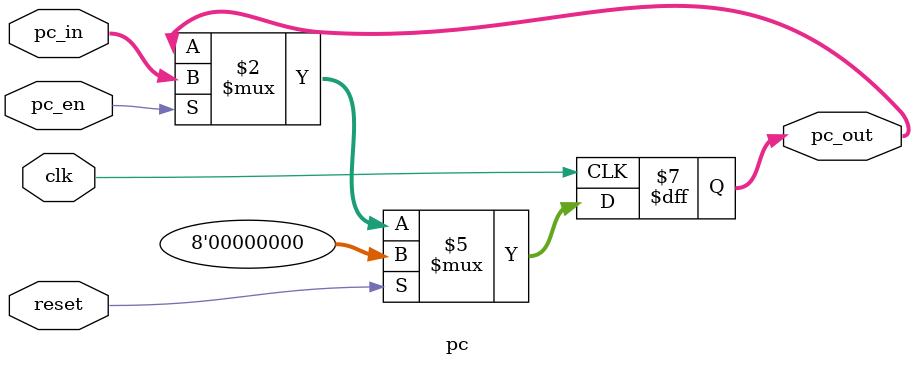
<source format=v>
module pc(
    input clk, pc_en, reset,
    input [7:0] pc_in,
    output reg [7:0] pc_out
);

// Program Counter (PC)
// On reset:       pc_out is cleared to 0
// If pc_en is 1:  pc_out is updated with pc_in on rising clock edge

always @(posedge clk) begin
    if (reset)
        pc_out <= 8'd0;
    else if (pc_en)
        pc_out <= pc_in;
end

endmodule

</source>
